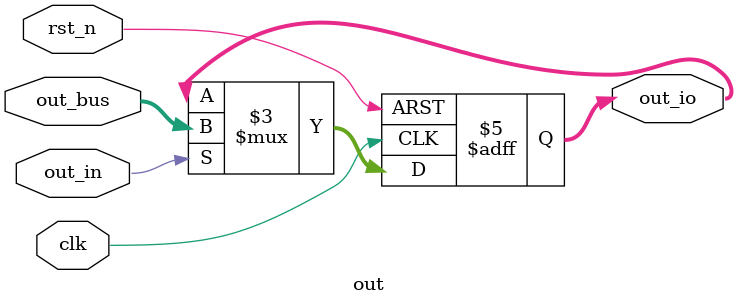
<source format=v>
module out (
    clk,
    rst_n,
    out_io,
    out_in,
    out_bus
);
input clk,rst_n,out_in;
output [7:0]out_io;
input [7:0]out_bus;

wire clk,rst_n,out_in;
reg [7:0]out_io;
wire [7:0]out_bus;
always @(posedge clk or negedge rst_n) begin
    if (rst_n == 0) begin
        out_io <= 0;
    end
    else if (out_in) begin
        out_io <= out_bus;
    end
end
endmodule


</source>
